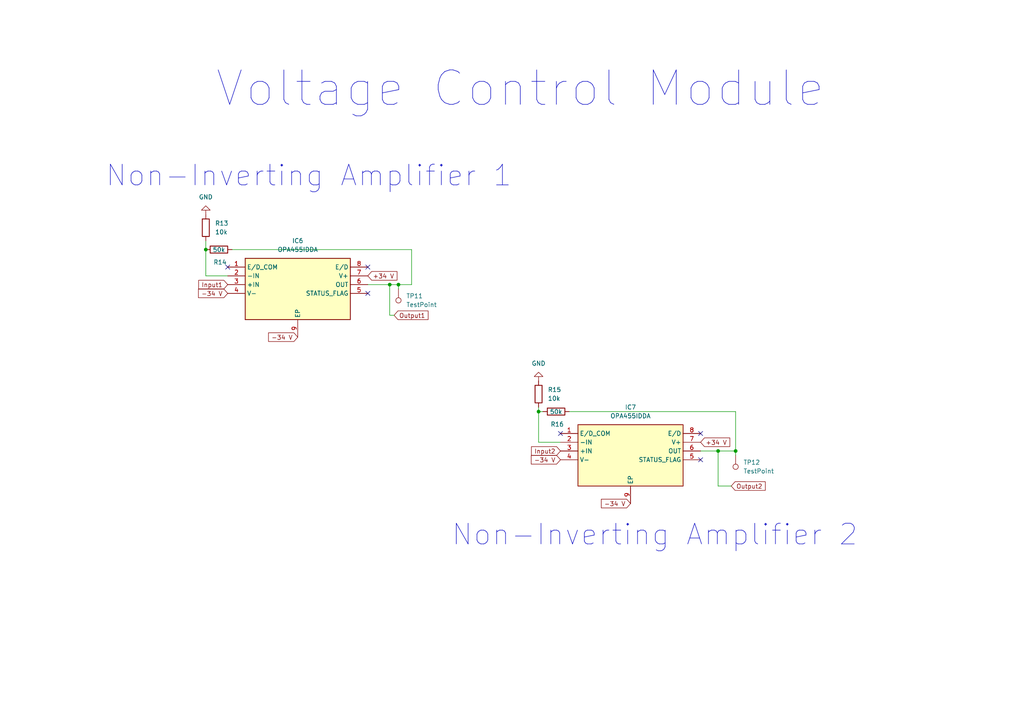
<source format=kicad_sch>
(kicad_sch (version 20230121) (generator eeschema)
  (paper "A4")
  (lib_symbols
    (symbol "Connector:TestPoint" (pin_numbers hide) (pin_names (offset 0.762) hide)
      (property "Reference" "TP" (at 0 6.858 0))
      (property "Value" "TestPoint" (at 0 5.08 0))
      (symbol "TestPoint_0_1"
        (circle (center 0 3.302) (radius 0.762))
      )
      (symbol "TestPoint_1_1"
        (pin passive line (at 0 0 90) (length 2.54) (name "1") (number "1"))
      )
    )
    (symbol "Device:R" (pin_numbers hide) (pin_names (offset 0))
      (property "Reference" "R" (at 2.032 0 90))
      (property "Value" "R" (at 0 0 90))
      (symbol "R_0_1"
        (rectangle (start -1.016 -2.54) (end 1.016 2.54) (stroke (width 0.254)))
      )
      (symbol "R_1_1"
        (pin passive line (at 0 3.81 270) (length 1.27) (name "~") (number "1"))
        (pin passive line (at 0 -3.81 90) (length 1.27) (name "~") (number "2"))
      )
    )
    (symbol "GND_1" (power) (pin_names (offset 0))
      (property "Value" "GND_1" (at 0 -3.81 0))
      (symbol "GND_1_0_1"
        (polyline (pts (xy 0 0) (xy 0 -1.27) (xy 1.27 -1.27) (xy 0 -2.54) (xy -1.27 -1.27) (xy 0 -1.27)))
      )
      (symbol "GND_1_1_1"
        (pin power_in line (at 0 0 270) (length 0) hide (name "GND") (number "1"))
      )
    )
    (symbol "GND_2" (power) (pin_names (offset 0))
      (property "Value" "GND_2" (at 0 -3.81 0))
      (symbol "GND_2_0_1"
        (polyline (pts (xy 0 0) (xy 0 -1.27) (xy 1.27 -1.27) (xy 0 -2.54) (xy -1.27 -1.27) (xy 0 -1.27)))
      )
      (symbol "GND_2_1_1"
        (pin power_in line (at 0 0 270) (length 0) hide (name "GND") (number "1"))
      )
    )
    (symbol "OPA455IDDA:OPA455IDDA"
      (property "Reference" "IC" (at 36.83 7.62 0))
      (property "Value" "OPA455IDDA" (at 36.83 5.08 0))
      (symbol "OPA455IDDA_1_1"
        (rectangle (start 5.08 2.54) (end 35.56 -15.24) (stroke (width 0.254)) (fill (type background)))
        (pin passive line (at 0 0 0) (length 5.08) (name "E/D_COM") (number "1"))
        (pin passive line (at 0 -2.54 0) (length 5.08) (name "-IN") (number "2"))
        (pin passive line (at 0 -5.08 0) (length 5.08) (name "+IN") (number "3"))
        (pin passive line (at 0 -7.62 0) (length 5.08) (name "V-") (number "4"))
        (pin passive line (at 40.64 -7.62 180) (length 5.08) (name "STATUS_FLAG") (number "5"))
        (pin passive line (at 40.64 -5.08 180) (length 5.08) (name "OUT") (number "6"))
        (pin passive line (at 40.64 -2.54 180) (length 5.08) (name "V+") (number "7"))
        (pin passive line (at 40.64 0 180) (length 5.08) (name "E/D") (number "8"))
        (pin passive line (at 20.32 -20.32 90) (length 5.08) (name "EP") (number "9"))
      )
    )
  )
  (junction (at 156.21 119.38))
  (junction (at 208.28 130.81))
  (junction (at 213.36 130.81))
  (junction (at 113.03 82.55))
  (junction (at 115.57 82.55))
  (junction (at 59.69 72.39))
  (no_connect (at 106.68 85.09))
  (no_connect (at 203.2 125.73))
  (no_connect (at 106.68 77.47))
  (no_connect (at 203.2 133.35))
  (no_connect (at 66.04 77.47))
  (no_connect (at 162.56 125.73))
  (wire (pts (xy 113.03 82.55) (xy 115.57 82.55)))
  (wire (pts (xy 156.21 119.38) (xy 156.21 118.11)))
  (wire (pts (xy 106.68 82.55) (xy 113.03 82.55)))
  (wire (pts (xy 213.36 130.81) (xy 213.36 132.08)))
  (wire (pts (xy 114.3 91.44) (xy 113.03 91.44)))
  (wire (pts (xy 208.28 140.97) (xy 208.28 130.81)))
  (wire (pts (xy 113.03 91.44) (xy 113.03 82.55)))
  (wire (pts (xy 115.57 82.55) (xy 119.38 82.55)))
  (wire (pts (xy 119.38 82.55) (xy 119.38 72.39)))
  (wire (pts (xy 156.21 119.38) (xy 157.48 119.38)))
  (wire (pts (xy 208.28 130.81) (xy 203.2 130.81)))
  (wire (pts (xy 59.69 80.01) (xy 59.69 72.39)))
  (wire (pts (xy 156.21 128.27) (xy 156.21 119.38)))
  (wire (pts (xy 119.38 72.39) (xy 67.31 72.39)))
  (wire (pts (xy 165.1 119.38) (xy 213.36 119.38)))
  (wire (pts (xy 115.57 82.55) (xy 115.57 83.82)))
  (wire (pts (xy 59.69 72.39) (xy 59.69 69.85)))
  (wire (pts (xy 213.36 130.81) (xy 208.28 130.81)))
  (wire (pts (xy 66.04 80.01) (xy 59.69 80.01)))
  (wire (pts (xy 212.09 140.97) (xy 208.28 140.97)))
  (wire (pts (xy 162.56 128.27) (xy 156.21 128.27)))
  (wire (pts (xy 213.36 119.38) (xy 213.36 130.81)))
  (text "Non-Inverting Amplifier 2\n" (at 130.81 158.75 0) (effects (font (size 6 6)) (justify left bottom)))
  (text "Voltage Control Module\n" (at 62.23 31.75 0) (effects (font (size 10 10)) (justify left bottom)))
  (text "Non-Inverting Amplifier 1\n" (at 30.48 54.61 0) (effects (font (size 6 6)) (justify left bottom)))
  (global_label "-34 V" (shape input) (at 66.04 85.09 180) (property "Intersheetrefs" "${INTERSHEET_REFS}" (effects hide)))
  (global_label "-34 V" (shape input) (at 86.36 97.79 180) (property "Intersheetrefs" "${INTERSHEET_REFS}" (effects hide)))
  (global_label "-34 V" (shape input) (at 182.88 146.05 180) (property "Intersheetrefs" "${INTERSHEET_REFS}" (effects hide)))
  (global_label "-34 V" (shape input) (at 162.56 133.35 180) (property "Intersheetrefs" "${INTERSHEET_REFS}" (effects hide)))
  (global_label "Output2" (shape input) (at 212.09 140.97 0) (property "Intersheetrefs" "${INTERSHEET_REFS}" (effects hide)))
  (global_label "+34 V" (shape input) (at 106.68 80.01 0) (property "Intersheetrefs" "${INTERSHEET_REFS}" (effects hide)))
  (global_label "Input2" (shape input) (at 162.56 130.81 180) (property "Intersheetrefs" "${INTERSHEET_REFS}" (effects hide)))
  (global_label "+34 V" (shape input) (at 203.2 128.27 0) (property "Intersheetrefs" "${INTERSHEET_REFS}" (effects hide)))
  (global_label "Output1" (shape input) (at 114.3 91.44 0) (property "Intersheetrefs" "${INTERSHEET_REFS}" (effects hide)))
  (global_label "Input1" (shape input) (at 66.04 82.55 180) (property "Intersheetrefs" "${INTERSHEET_REFS}" (effects hide)))
  (symbol (lib_id "OPA455IDDA:OPA455IDDA") (at 66.04 77.47 0) (unit 1)
    (property "Reference" "IC6" (at 86.36 69.85 0))
    (property "Value" "OPA455IDDA" (at 86.36 72.39 0))
    (property "Footprint" "OPA455:SOIC127P600X170-9N" (effects hide))
    (property "Datasheet" "https://www.ti.com/lit/gpn/OPA455" (effects hide))
    (property "Height" "1.7" (effects hide))
    (property "Mouser Part Number" "595-OPA455IDDA" (effects hide))
    (property "Mouser Price/Stock" "https://www.mouser.co.uk/ProductDetail/Texas-Instruments/OPA455IDDA?qs=81r%252BiQLm7BTjpF3F0HdzeQ%3D%3D" (effects hide))
    (property "Manufacturer_Name" "Texas Instruments" (effects hide))
    (property "Manufacturer_Part_Number" "OPA455IDDA" (effects hide))
  )
  (symbol (lib_name "GND_1") (lib_id "power:GND") (at 59.69 62.23 180) (unit 1)
    (property "Reference" "#PWR070" (effects hide))
    (property "Value" "GND" (at 59.69 57.15 0))
    (instances (project "channels" (path "" (reference "#PWR070") (unit 1))) (project "electrostimulator" (path "" (reference "#PWR019") (unit 1))) (project "channels1" (path "" (reference "#PWR069") (unit 1))))
  )
  (symbol (lib_id "OPA455IDDA:OPA455IDDA") (at 162.56 125.73 0) (unit 1)
    (property "Reference" "IC7" (at 182.88 118.11 0))
    (property "Value" "OPA455IDDA" (at 182.88 120.65 0))
    (property "Footprint" "OPA455:SOIC127P600X170-9N" (effects hide))
    (property "Datasheet" "https://www.ti.com/lit/gpn/OPA455" (effects hide))
    (property "Height" "1.7" (effects hide))
    (property "Mouser Part Number" "595-OPA455IDDA" (effects hide))
    (property "Mouser Price/Stock" "https://www.mouser.co.uk/ProductDetail/Texas-Instruments/OPA455IDDA?qs=81r%252BiQLm7BTjpF3F0HdzeQ%3D%3D" (effects hide))
    (property "Manufacturer_Name" "Texas Instruments" (effects hide))
    (property "Manufacturer_Part_Number" "OPA455IDDA" (effects hide))
  )
  (symbol (lib_id "Device:R") (at 161.29 119.38 90) (unit 1)
    (property "Reference" "R16" (at 161.6202 123.063 90))
    (property "Value" "50k" (at 161.29 119.4308 90))
    (property "Footprint" "Resistor_SMD:R_0805_2012Metric_Pad1.20x1.40mm_HandSolder" (effects hide))
    (instances (project "channels" (path "" (reference "R16") (unit 1))) (project "electrostimulator" (path "" (reference "R4") (unit 1))) (project "channels1" (path "" (reference "R6") (unit 1))) (project "16-channel-stimulator" (path "" (reference "R3") (unit 1))))
  )
  (symbol (lib_id "Connector:TestPoint") (at 213.36 132.08 180) (unit 1)
    (property "Reference" "TP12" (at 215.5952 134.1119 0) (effects (justify right)))
    (property "Value" "TestPoint" (at 215.5952 136.6519 0) (effects (justify right)))
    (property "Footprint" "TestPoint:TestPoint_Pad_1.0x1.0mm" (effects hide))
    (instances (project "channels" (path "" (reference "TP12") (unit 1))) (project "electrostimulator" (path "" (reference "TP2") (unit 1))) (project "channels1" (path "" (reference "TP10") (unit 1))) (project "16-channel-stimulator" (path "" (reference "TP4") (unit 1))))
  )
  (symbol (lib_id "Device:R") (at 156.21 114.3 180) (unit 1)
    (property "Reference" "R15" (at 158.877 113.0299 0) (effects (justify right)))
    (property "Value" "10k" (at 158.877 115.5699 0) (effects (justify right)))
    (property "Footprint" "Resistor_SMD:R_0805_2012Metric_Pad1.20x1.40mm_HandSolder" (effects hide))
    (instances (project "channels" (path "" (reference "R15") (unit 1))) (project "electrostimulator" (path "" (reference "R1") (unit 1))) (project "channels1" (path "" (reference "R5") (unit 1))) (project "16-channel-stimulator" (path "" (reference "R2") (unit 1))))
  )
  (symbol (lib_id "Connector:TestPoint") (at 115.57 83.82 180) (unit 1)
    (property "Reference" "TP11" (at 117.8052 85.8519 0) (effects (justify right)))
    (property "Value" "TestPoint" (at 117.8052 88.3919 0) (effects (justify right)))
    (property "Footprint" "TestPoint:TestPoint_Pad_1.0x1.0mm" (effects hide))
    (instances (project "channels" (path "" (reference "TP11") (unit 1))) (project "electrostimulator" (path "" (reference "TP1") (unit 1))) (project "channels1" (path "" (reference "TP9") (unit 1))) (project "16-channel-stimulator" (path "" (reference "TP4") (unit 1))))
  )
  (symbol (lib_id "Device:R") (at 63.5 72.39 90) (unit 1)
    (property "Reference" "R14" (at 63.8302 76.073 90))
    (property "Value" "50k" (at 63.5 72.4408 90))
    (property "Footprint" "Resistor_SMD:R_0805_2012Metric_Pad1.20x1.40mm_HandSolder" (effects hide))
    (instances (project "channels" (path "" (reference "R14") (unit 1))) (project "electrostimulator" (path "" (reference "R3") (unit 1))) (project "channels1" (path "" (reference "R4") (unit 1))) (project "16-channel-stimulator" (path "" (reference "R3") (unit 1))))
  )
  (symbol (lib_id "Device:R") (at 59.69 66.04 180) (unit 1)
    (property "Reference" "R13" (at 62.357 64.7699 0) (effects (justify right)))
    (property "Value" "10k" (at 62.357 67.3099 0) (effects (justify right)))
    (property "Footprint" "Resistor_SMD:R_0805_2012Metric_Pad1.20x1.40mm_HandSolder" (effects hide))
    (instances (project "channels" (path "" (reference "R13") (unit 1))) (project "electrostimulator" (path "" (reference "R2") (unit 1))) (project "channels1" (path "" (reference "R3") (unit 1))) (project "16-channel-stimulator" (path "" (reference "R2") (unit 1))))
  )
  (symbol (lib_name "GND_2") (lib_id "power:GND") (at 156.21 110.49 180) (unit 1)
    (property "Reference" "#PWR071" (effects hide))
    (property "Value" "GND" (at 156.21 105.41 0))
    (instances (project "channels" (path "" (reference "#PWR071") (unit 1))) (project "electrostimulator" (path "" (reference "#PWR018") (unit 1))) (project "channels1" (path "" (reference "#PWR070") (unit 1))))
  )
)
</source>
